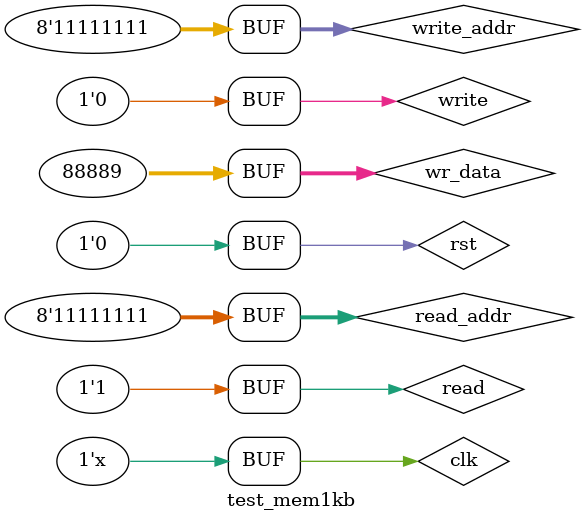
<source format=v>
`timescale 1ns / 1ps
module test_mem1kb();
    
 reg clk, rst, read, write;
 reg [31:0] wr_data;
 reg [7:0] write_addr, read_addr;
        
        
 wire [31:0] rd_data;
 wire wr_done, rd_done;
        
 mem_1kb uut(
            .clk(clk),
            .rst(rst),
            .read(read),
            .write(write),
            .wr_data(wr_data),
            .write_addr(write_addr),
            .read_addr(read_addr),
            .rd_data(rd_data),
            .wr_done(wr_done),
            .rd_done(rd_done)
        );
        
always #5 clk = ~clk;
initial begin
                
clk = 1'b0;
rst = 1'b1;
read = 1'b0;
write = 1'b0;
            
#20;
            // write_addr and read_addr can take value from 0 to 255 8bit data
            // write data should be 32 bit
            
rst = 1'b0;
write = 1'b1;
write_addr = 8'd0;
wr_data = 32'd1000;
            
#100;
            
rst = 1'b1;
write = 1'b0;
#50;
            
rst = 1'b0;
read = 1'b1;
read_addr = 8'd0;
            
#100;
            
 rst = 1'b1;
 read = 1'b0;
 #50;
            
 rst = 1'b0;
 write = 1'b1;
 write_addr = 8'd255;
 wr_data = 32'd88889;
 #100;
            
 rst = 1'b1;
 write = 1'b0;
 #50;
            
  rst = 1'b0;
  read = 1'b1;
  read_addr = 8'd255;
            
 end
endmodule
</source>
